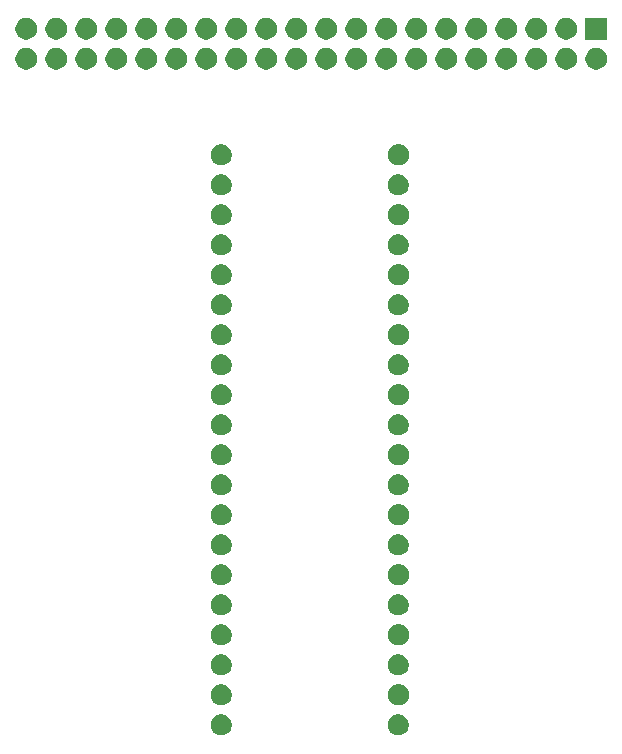
<source format=gts>
G04 #@! TF.GenerationSoftware,KiCad,Pcbnew,(5.1.5)-3*
G04 #@! TF.CreationDate,2020-05-25T10:48:09-05:00*
G04 #@! TF.ProjectId,breakout_board_2x20,62726561-6b6f-4757-945f-626f6172645f,rev?*
G04 #@! TF.SameCoordinates,Original*
G04 #@! TF.FileFunction,Soldermask,Top*
G04 #@! TF.FilePolarity,Negative*
%FSLAX46Y46*%
G04 Gerber Fmt 4.6, Leading zero omitted, Abs format (unit mm)*
G04 Created by KiCad (PCBNEW (5.1.5)-3) date 2020-05-25 10:48:09*
%MOMM*%
%LPD*%
G04 APERTURE LIST*
%ADD10C,0.100000*%
G04 APERTURE END LIST*
D10*
G36*
X162419512Y-94861927D02*
G01*
X162568812Y-94891624D01*
X162732784Y-94959544D01*
X162880354Y-95058147D01*
X163005853Y-95183646D01*
X163104456Y-95331216D01*
X163172376Y-95495188D01*
X163207000Y-95669259D01*
X163207000Y-95846741D01*
X163172376Y-96020812D01*
X163104456Y-96184784D01*
X163005853Y-96332354D01*
X162880354Y-96457853D01*
X162732784Y-96556456D01*
X162568812Y-96624376D01*
X162419512Y-96654073D01*
X162394742Y-96659000D01*
X162217258Y-96659000D01*
X162192488Y-96654073D01*
X162043188Y-96624376D01*
X161879216Y-96556456D01*
X161731646Y-96457853D01*
X161606147Y-96332354D01*
X161507544Y-96184784D01*
X161439624Y-96020812D01*
X161405000Y-95846741D01*
X161405000Y-95669259D01*
X161439624Y-95495188D01*
X161507544Y-95331216D01*
X161606147Y-95183646D01*
X161731646Y-95058147D01*
X161879216Y-94959544D01*
X162043188Y-94891624D01*
X162192488Y-94861927D01*
X162217258Y-94857000D01*
X162394742Y-94857000D01*
X162419512Y-94861927D01*
G37*
G36*
X147433512Y-94861927D02*
G01*
X147582812Y-94891624D01*
X147746784Y-94959544D01*
X147894354Y-95058147D01*
X148019853Y-95183646D01*
X148118456Y-95331216D01*
X148186376Y-95495188D01*
X148221000Y-95669259D01*
X148221000Y-95846741D01*
X148186376Y-96020812D01*
X148118456Y-96184784D01*
X148019853Y-96332354D01*
X147894354Y-96457853D01*
X147746784Y-96556456D01*
X147582812Y-96624376D01*
X147433512Y-96654073D01*
X147408742Y-96659000D01*
X147231258Y-96659000D01*
X147206488Y-96654073D01*
X147057188Y-96624376D01*
X146893216Y-96556456D01*
X146745646Y-96457853D01*
X146620147Y-96332354D01*
X146521544Y-96184784D01*
X146453624Y-96020812D01*
X146419000Y-95846741D01*
X146419000Y-95669259D01*
X146453624Y-95495188D01*
X146521544Y-95331216D01*
X146620147Y-95183646D01*
X146745646Y-95058147D01*
X146893216Y-94959544D01*
X147057188Y-94891624D01*
X147206488Y-94861927D01*
X147231258Y-94857000D01*
X147408742Y-94857000D01*
X147433512Y-94861927D01*
G37*
G36*
X162444912Y-92321927D02*
G01*
X162594212Y-92351624D01*
X162758184Y-92419544D01*
X162905754Y-92518147D01*
X163031253Y-92643646D01*
X163129856Y-92791216D01*
X163197776Y-92955188D01*
X163232400Y-93129259D01*
X163232400Y-93306741D01*
X163197776Y-93480812D01*
X163129856Y-93644784D01*
X163031253Y-93792354D01*
X162905754Y-93917853D01*
X162758184Y-94016456D01*
X162594212Y-94084376D01*
X162444912Y-94114073D01*
X162420142Y-94119000D01*
X162242658Y-94119000D01*
X162217888Y-94114073D01*
X162068588Y-94084376D01*
X161904616Y-94016456D01*
X161757046Y-93917853D01*
X161631547Y-93792354D01*
X161532944Y-93644784D01*
X161465024Y-93480812D01*
X161430400Y-93306741D01*
X161430400Y-93129259D01*
X161465024Y-92955188D01*
X161532944Y-92791216D01*
X161631547Y-92643646D01*
X161757046Y-92518147D01*
X161904616Y-92419544D01*
X162068588Y-92351624D01*
X162217888Y-92321927D01*
X162242658Y-92317000D01*
X162420142Y-92317000D01*
X162444912Y-92321927D01*
G37*
G36*
X147433512Y-92321927D02*
G01*
X147582812Y-92351624D01*
X147746784Y-92419544D01*
X147894354Y-92518147D01*
X148019853Y-92643646D01*
X148118456Y-92791216D01*
X148186376Y-92955188D01*
X148221000Y-93129259D01*
X148221000Y-93306741D01*
X148186376Y-93480812D01*
X148118456Y-93644784D01*
X148019853Y-93792354D01*
X147894354Y-93917853D01*
X147746784Y-94016456D01*
X147582812Y-94084376D01*
X147433512Y-94114073D01*
X147408742Y-94119000D01*
X147231258Y-94119000D01*
X147206488Y-94114073D01*
X147057188Y-94084376D01*
X146893216Y-94016456D01*
X146745646Y-93917853D01*
X146620147Y-93792354D01*
X146521544Y-93644784D01*
X146453624Y-93480812D01*
X146419000Y-93306741D01*
X146419000Y-93129259D01*
X146453624Y-92955188D01*
X146521544Y-92791216D01*
X146620147Y-92643646D01*
X146745646Y-92518147D01*
X146893216Y-92419544D01*
X147057188Y-92351624D01*
X147206488Y-92321927D01*
X147231258Y-92317000D01*
X147408742Y-92317000D01*
X147433512Y-92321927D01*
G37*
G36*
X162419512Y-89781927D02*
G01*
X162568812Y-89811624D01*
X162732784Y-89879544D01*
X162880354Y-89978147D01*
X163005853Y-90103646D01*
X163104456Y-90251216D01*
X163172376Y-90415188D01*
X163207000Y-90589259D01*
X163207000Y-90766741D01*
X163172376Y-90940812D01*
X163104456Y-91104784D01*
X163005853Y-91252354D01*
X162880354Y-91377853D01*
X162732784Y-91476456D01*
X162568812Y-91544376D01*
X162419512Y-91574073D01*
X162394742Y-91579000D01*
X162217258Y-91579000D01*
X162192488Y-91574073D01*
X162043188Y-91544376D01*
X161879216Y-91476456D01*
X161731646Y-91377853D01*
X161606147Y-91252354D01*
X161507544Y-91104784D01*
X161439624Y-90940812D01*
X161405000Y-90766741D01*
X161405000Y-90589259D01*
X161439624Y-90415188D01*
X161507544Y-90251216D01*
X161606147Y-90103646D01*
X161731646Y-89978147D01*
X161879216Y-89879544D01*
X162043188Y-89811624D01*
X162192488Y-89781927D01*
X162217258Y-89777000D01*
X162394742Y-89777000D01*
X162419512Y-89781927D01*
G37*
G36*
X147433512Y-89781927D02*
G01*
X147582812Y-89811624D01*
X147746784Y-89879544D01*
X147894354Y-89978147D01*
X148019853Y-90103646D01*
X148118456Y-90251216D01*
X148186376Y-90415188D01*
X148221000Y-90589259D01*
X148221000Y-90766741D01*
X148186376Y-90940812D01*
X148118456Y-91104784D01*
X148019853Y-91252354D01*
X147894354Y-91377853D01*
X147746784Y-91476456D01*
X147582812Y-91544376D01*
X147433512Y-91574073D01*
X147408742Y-91579000D01*
X147231258Y-91579000D01*
X147206488Y-91574073D01*
X147057188Y-91544376D01*
X146893216Y-91476456D01*
X146745646Y-91377853D01*
X146620147Y-91252354D01*
X146521544Y-91104784D01*
X146453624Y-90940812D01*
X146419000Y-90766741D01*
X146419000Y-90589259D01*
X146453624Y-90415188D01*
X146521544Y-90251216D01*
X146620147Y-90103646D01*
X146745646Y-89978147D01*
X146893216Y-89879544D01*
X147057188Y-89811624D01*
X147206488Y-89781927D01*
X147231258Y-89777000D01*
X147408742Y-89777000D01*
X147433512Y-89781927D01*
G37*
G36*
X162444912Y-87241927D02*
G01*
X162594212Y-87271624D01*
X162758184Y-87339544D01*
X162905754Y-87438147D01*
X163031253Y-87563646D01*
X163129856Y-87711216D01*
X163197776Y-87875188D01*
X163232400Y-88049259D01*
X163232400Y-88226741D01*
X163197776Y-88400812D01*
X163129856Y-88564784D01*
X163031253Y-88712354D01*
X162905754Y-88837853D01*
X162758184Y-88936456D01*
X162594212Y-89004376D01*
X162444912Y-89034073D01*
X162420142Y-89039000D01*
X162242658Y-89039000D01*
X162217888Y-89034073D01*
X162068588Y-89004376D01*
X161904616Y-88936456D01*
X161757046Y-88837853D01*
X161631547Y-88712354D01*
X161532944Y-88564784D01*
X161465024Y-88400812D01*
X161430400Y-88226741D01*
X161430400Y-88049259D01*
X161465024Y-87875188D01*
X161532944Y-87711216D01*
X161631547Y-87563646D01*
X161757046Y-87438147D01*
X161904616Y-87339544D01*
X162068588Y-87271624D01*
X162217888Y-87241927D01*
X162242658Y-87237000D01*
X162420142Y-87237000D01*
X162444912Y-87241927D01*
G37*
G36*
X147433512Y-87241927D02*
G01*
X147582812Y-87271624D01*
X147746784Y-87339544D01*
X147894354Y-87438147D01*
X148019853Y-87563646D01*
X148118456Y-87711216D01*
X148186376Y-87875188D01*
X148221000Y-88049259D01*
X148221000Y-88226741D01*
X148186376Y-88400812D01*
X148118456Y-88564784D01*
X148019853Y-88712354D01*
X147894354Y-88837853D01*
X147746784Y-88936456D01*
X147582812Y-89004376D01*
X147433512Y-89034073D01*
X147408742Y-89039000D01*
X147231258Y-89039000D01*
X147206488Y-89034073D01*
X147057188Y-89004376D01*
X146893216Y-88936456D01*
X146745646Y-88837853D01*
X146620147Y-88712354D01*
X146521544Y-88564784D01*
X146453624Y-88400812D01*
X146419000Y-88226741D01*
X146419000Y-88049259D01*
X146453624Y-87875188D01*
X146521544Y-87711216D01*
X146620147Y-87563646D01*
X146745646Y-87438147D01*
X146893216Y-87339544D01*
X147057188Y-87271624D01*
X147206488Y-87241927D01*
X147231258Y-87237000D01*
X147408742Y-87237000D01*
X147433512Y-87241927D01*
G37*
G36*
X162419512Y-84701927D02*
G01*
X162568812Y-84731624D01*
X162732784Y-84799544D01*
X162880354Y-84898147D01*
X163005853Y-85023646D01*
X163104456Y-85171216D01*
X163172376Y-85335188D01*
X163207000Y-85509259D01*
X163207000Y-85686741D01*
X163172376Y-85860812D01*
X163104456Y-86024784D01*
X163005853Y-86172354D01*
X162880354Y-86297853D01*
X162732784Y-86396456D01*
X162568812Y-86464376D01*
X162419512Y-86494073D01*
X162394742Y-86499000D01*
X162217258Y-86499000D01*
X162192488Y-86494073D01*
X162043188Y-86464376D01*
X161879216Y-86396456D01*
X161731646Y-86297853D01*
X161606147Y-86172354D01*
X161507544Y-86024784D01*
X161439624Y-85860812D01*
X161405000Y-85686741D01*
X161405000Y-85509259D01*
X161439624Y-85335188D01*
X161507544Y-85171216D01*
X161606147Y-85023646D01*
X161731646Y-84898147D01*
X161879216Y-84799544D01*
X162043188Y-84731624D01*
X162192488Y-84701927D01*
X162217258Y-84697000D01*
X162394742Y-84697000D01*
X162419512Y-84701927D01*
G37*
G36*
X147433512Y-84701927D02*
G01*
X147582812Y-84731624D01*
X147746784Y-84799544D01*
X147894354Y-84898147D01*
X148019853Y-85023646D01*
X148118456Y-85171216D01*
X148186376Y-85335188D01*
X148221000Y-85509259D01*
X148221000Y-85686741D01*
X148186376Y-85860812D01*
X148118456Y-86024784D01*
X148019853Y-86172354D01*
X147894354Y-86297853D01*
X147746784Y-86396456D01*
X147582812Y-86464376D01*
X147433512Y-86494073D01*
X147408742Y-86499000D01*
X147231258Y-86499000D01*
X147206488Y-86494073D01*
X147057188Y-86464376D01*
X146893216Y-86396456D01*
X146745646Y-86297853D01*
X146620147Y-86172354D01*
X146521544Y-86024784D01*
X146453624Y-85860812D01*
X146419000Y-85686741D01*
X146419000Y-85509259D01*
X146453624Y-85335188D01*
X146521544Y-85171216D01*
X146620147Y-85023646D01*
X146745646Y-84898147D01*
X146893216Y-84799544D01*
X147057188Y-84731624D01*
X147206488Y-84701927D01*
X147231258Y-84697000D01*
X147408742Y-84697000D01*
X147433512Y-84701927D01*
G37*
G36*
X147433512Y-82161927D02*
G01*
X147582812Y-82191624D01*
X147746784Y-82259544D01*
X147894354Y-82358147D01*
X148019853Y-82483646D01*
X148118456Y-82631216D01*
X148186376Y-82795188D01*
X148221000Y-82969259D01*
X148221000Y-83146741D01*
X148186376Y-83320812D01*
X148118456Y-83484784D01*
X148019853Y-83632354D01*
X147894354Y-83757853D01*
X147746784Y-83856456D01*
X147582812Y-83924376D01*
X147433512Y-83954073D01*
X147408742Y-83959000D01*
X147231258Y-83959000D01*
X147206488Y-83954073D01*
X147057188Y-83924376D01*
X146893216Y-83856456D01*
X146745646Y-83757853D01*
X146620147Y-83632354D01*
X146521544Y-83484784D01*
X146453624Y-83320812D01*
X146419000Y-83146741D01*
X146419000Y-82969259D01*
X146453624Y-82795188D01*
X146521544Y-82631216D01*
X146620147Y-82483646D01*
X146745646Y-82358147D01*
X146893216Y-82259544D01*
X147057188Y-82191624D01*
X147206488Y-82161927D01*
X147231258Y-82157000D01*
X147408742Y-82157000D01*
X147433512Y-82161927D01*
G37*
G36*
X162444912Y-82161927D02*
G01*
X162594212Y-82191624D01*
X162758184Y-82259544D01*
X162905754Y-82358147D01*
X163031253Y-82483646D01*
X163129856Y-82631216D01*
X163197776Y-82795188D01*
X163232400Y-82969259D01*
X163232400Y-83146741D01*
X163197776Y-83320812D01*
X163129856Y-83484784D01*
X163031253Y-83632354D01*
X162905754Y-83757853D01*
X162758184Y-83856456D01*
X162594212Y-83924376D01*
X162444912Y-83954073D01*
X162420142Y-83959000D01*
X162242658Y-83959000D01*
X162217888Y-83954073D01*
X162068588Y-83924376D01*
X161904616Y-83856456D01*
X161757046Y-83757853D01*
X161631547Y-83632354D01*
X161532944Y-83484784D01*
X161465024Y-83320812D01*
X161430400Y-83146741D01*
X161430400Y-82969259D01*
X161465024Y-82795188D01*
X161532944Y-82631216D01*
X161631547Y-82483646D01*
X161757046Y-82358147D01*
X161904616Y-82259544D01*
X162068588Y-82191624D01*
X162217888Y-82161927D01*
X162242658Y-82157000D01*
X162420142Y-82157000D01*
X162444912Y-82161927D01*
G37*
G36*
X147433512Y-79621927D02*
G01*
X147582812Y-79651624D01*
X147746784Y-79719544D01*
X147894354Y-79818147D01*
X148019853Y-79943646D01*
X148118456Y-80091216D01*
X148186376Y-80255188D01*
X148221000Y-80429259D01*
X148221000Y-80606741D01*
X148186376Y-80780812D01*
X148118456Y-80944784D01*
X148019853Y-81092354D01*
X147894354Y-81217853D01*
X147746784Y-81316456D01*
X147582812Y-81384376D01*
X147433512Y-81414073D01*
X147408742Y-81419000D01*
X147231258Y-81419000D01*
X147206488Y-81414073D01*
X147057188Y-81384376D01*
X146893216Y-81316456D01*
X146745646Y-81217853D01*
X146620147Y-81092354D01*
X146521544Y-80944784D01*
X146453624Y-80780812D01*
X146419000Y-80606741D01*
X146419000Y-80429259D01*
X146453624Y-80255188D01*
X146521544Y-80091216D01*
X146620147Y-79943646D01*
X146745646Y-79818147D01*
X146893216Y-79719544D01*
X147057188Y-79651624D01*
X147206488Y-79621927D01*
X147231258Y-79617000D01*
X147408742Y-79617000D01*
X147433512Y-79621927D01*
G37*
G36*
X162419512Y-79621927D02*
G01*
X162568812Y-79651624D01*
X162732784Y-79719544D01*
X162880354Y-79818147D01*
X163005853Y-79943646D01*
X163104456Y-80091216D01*
X163172376Y-80255188D01*
X163207000Y-80429259D01*
X163207000Y-80606741D01*
X163172376Y-80780812D01*
X163104456Y-80944784D01*
X163005853Y-81092354D01*
X162880354Y-81217853D01*
X162732784Y-81316456D01*
X162568812Y-81384376D01*
X162419512Y-81414073D01*
X162394742Y-81419000D01*
X162217258Y-81419000D01*
X162192488Y-81414073D01*
X162043188Y-81384376D01*
X161879216Y-81316456D01*
X161731646Y-81217853D01*
X161606147Y-81092354D01*
X161507544Y-80944784D01*
X161439624Y-80780812D01*
X161405000Y-80606741D01*
X161405000Y-80429259D01*
X161439624Y-80255188D01*
X161507544Y-80091216D01*
X161606147Y-79943646D01*
X161731646Y-79818147D01*
X161879216Y-79719544D01*
X162043188Y-79651624D01*
X162192488Y-79621927D01*
X162217258Y-79617000D01*
X162394742Y-79617000D01*
X162419512Y-79621927D01*
G37*
G36*
X147433512Y-77081927D02*
G01*
X147582812Y-77111624D01*
X147746784Y-77179544D01*
X147894354Y-77278147D01*
X148019853Y-77403646D01*
X148118456Y-77551216D01*
X148186376Y-77715188D01*
X148221000Y-77889259D01*
X148221000Y-78066741D01*
X148186376Y-78240812D01*
X148118456Y-78404784D01*
X148019853Y-78552354D01*
X147894354Y-78677853D01*
X147746784Y-78776456D01*
X147582812Y-78844376D01*
X147433512Y-78874073D01*
X147408742Y-78879000D01*
X147231258Y-78879000D01*
X147206488Y-78874073D01*
X147057188Y-78844376D01*
X146893216Y-78776456D01*
X146745646Y-78677853D01*
X146620147Y-78552354D01*
X146521544Y-78404784D01*
X146453624Y-78240812D01*
X146419000Y-78066741D01*
X146419000Y-77889259D01*
X146453624Y-77715188D01*
X146521544Y-77551216D01*
X146620147Y-77403646D01*
X146745646Y-77278147D01*
X146893216Y-77179544D01*
X147057188Y-77111624D01*
X147206488Y-77081927D01*
X147231258Y-77077000D01*
X147408742Y-77077000D01*
X147433512Y-77081927D01*
G37*
G36*
X162444912Y-77081927D02*
G01*
X162594212Y-77111624D01*
X162758184Y-77179544D01*
X162905754Y-77278147D01*
X163031253Y-77403646D01*
X163129856Y-77551216D01*
X163197776Y-77715188D01*
X163232400Y-77889259D01*
X163232400Y-78066741D01*
X163197776Y-78240812D01*
X163129856Y-78404784D01*
X163031253Y-78552354D01*
X162905754Y-78677853D01*
X162758184Y-78776456D01*
X162594212Y-78844376D01*
X162444912Y-78874073D01*
X162420142Y-78879000D01*
X162242658Y-78879000D01*
X162217888Y-78874073D01*
X162068588Y-78844376D01*
X161904616Y-78776456D01*
X161757046Y-78677853D01*
X161631547Y-78552354D01*
X161532944Y-78404784D01*
X161465024Y-78240812D01*
X161430400Y-78066741D01*
X161430400Y-77889259D01*
X161465024Y-77715188D01*
X161532944Y-77551216D01*
X161631547Y-77403646D01*
X161757046Y-77278147D01*
X161904616Y-77179544D01*
X162068588Y-77111624D01*
X162217888Y-77081927D01*
X162242658Y-77077000D01*
X162420142Y-77077000D01*
X162444912Y-77081927D01*
G37*
G36*
X147433512Y-74541927D02*
G01*
X147582812Y-74571624D01*
X147746784Y-74639544D01*
X147894354Y-74738147D01*
X148019853Y-74863646D01*
X148118456Y-75011216D01*
X148186376Y-75175188D01*
X148221000Y-75349259D01*
X148221000Y-75526741D01*
X148186376Y-75700812D01*
X148118456Y-75864784D01*
X148019853Y-76012354D01*
X147894354Y-76137853D01*
X147746784Y-76236456D01*
X147582812Y-76304376D01*
X147433512Y-76334073D01*
X147408742Y-76339000D01*
X147231258Y-76339000D01*
X147206488Y-76334073D01*
X147057188Y-76304376D01*
X146893216Y-76236456D01*
X146745646Y-76137853D01*
X146620147Y-76012354D01*
X146521544Y-75864784D01*
X146453624Y-75700812D01*
X146419000Y-75526741D01*
X146419000Y-75349259D01*
X146453624Y-75175188D01*
X146521544Y-75011216D01*
X146620147Y-74863646D01*
X146745646Y-74738147D01*
X146893216Y-74639544D01*
X147057188Y-74571624D01*
X147206488Y-74541927D01*
X147231258Y-74537000D01*
X147408742Y-74537000D01*
X147433512Y-74541927D01*
G37*
G36*
X162419512Y-74541927D02*
G01*
X162568812Y-74571624D01*
X162732784Y-74639544D01*
X162880354Y-74738147D01*
X163005853Y-74863646D01*
X163104456Y-75011216D01*
X163172376Y-75175188D01*
X163207000Y-75349259D01*
X163207000Y-75526741D01*
X163172376Y-75700812D01*
X163104456Y-75864784D01*
X163005853Y-76012354D01*
X162880354Y-76137853D01*
X162732784Y-76236456D01*
X162568812Y-76304376D01*
X162419512Y-76334073D01*
X162394742Y-76339000D01*
X162217258Y-76339000D01*
X162192488Y-76334073D01*
X162043188Y-76304376D01*
X161879216Y-76236456D01*
X161731646Y-76137853D01*
X161606147Y-76012354D01*
X161507544Y-75864784D01*
X161439624Y-75700812D01*
X161405000Y-75526741D01*
X161405000Y-75349259D01*
X161439624Y-75175188D01*
X161507544Y-75011216D01*
X161606147Y-74863646D01*
X161731646Y-74738147D01*
X161879216Y-74639544D01*
X162043188Y-74571624D01*
X162192488Y-74541927D01*
X162217258Y-74537000D01*
X162394742Y-74537000D01*
X162419512Y-74541927D01*
G37*
G36*
X147433512Y-72001927D02*
G01*
X147582812Y-72031624D01*
X147746784Y-72099544D01*
X147894354Y-72198147D01*
X148019853Y-72323646D01*
X148118456Y-72471216D01*
X148186376Y-72635188D01*
X148221000Y-72809259D01*
X148221000Y-72986741D01*
X148186376Y-73160812D01*
X148118456Y-73324784D01*
X148019853Y-73472354D01*
X147894354Y-73597853D01*
X147746784Y-73696456D01*
X147582812Y-73764376D01*
X147433512Y-73794073D01*
X147408742Y-73799000D01*
X147231258Y-73799000D01*
X147206488Y-73794073D01*
X147057188Y-73764376D01*
X146893216Y-73696456D01*
X146745646Y-73597853D01*
X146620147Y-73472354D01*
X146521544Y-73324784D01*
X146453624Y-73160812D01*
X146419000Y-72986741D01*
X146419000Y-72809259D01*
X146453624Y-72635188D01*
X146521544Y-72471216D01*
X146620147Y-72323646D01*
X146745646Y-72198147D01*
X146893216Y-72099544D01*
X147057188Y-72031624D01*
X147206488Y-72001927D01*
X147231258Y-71997000D01*
X147408742Y-71997000D01*
X147433512Y-72001927D01*
G37*
G36*
X162444912Y-72001927D02*
G01*
X162594212Y-72031624D01*
X162758184Y-72099544D01*
X162905754Y-72198147D01*
X163031253Y-72323646D01*
X163129856Y-72471216D01*
X163197776Y-72635188D01*
X163232400Y-72809259D01*
X163232400Y-72986741D01*
X163197776Y-73160812D01*
X163129856Y-73324784D01*
X163031253Y-73472354D01*
X162905754Y-73597853D01*
X162758184Y-73696456D01*
X162594212Y-73764376D01*
X162444912Y-73794073D01*
X162420142Y-73799000D01*
X162242658Y-73799000D01*
X162217888Y-73794073D01*
X162068588Y-73764376D01*
X161904616Y-73696456D01*
X161757046Y-73597853D01*
X161631547Y-73472354D01*
X161532944Y-73324784D01*
X161465024Y-73160812D01*
X161430400Y-72986741D01*
X161430400Y-72809259D01*
X161465024Y-72635188D01*
X161532944Y-72471216D01*
X161631547Y-72323646D01*
X161757046Y-72198147D01*
X161904616Y-72099544D01*
X162068588Y-72031624D01*
X162217888Y-72001927D01*
X162242658Y-71997000D01*
X162420142Y-71997000D01*
X162444912Y-72001927D01*
G37*
G36*
X147433512Y-69461927D02*
G01*
X147582812Y-69491624D01*
X147746784Y-69559544D01*
X147894354Y-69658147D01*
X148019853Y-69783646D01*
X148118456Y-69931216D01*
X148186376Y-70095188D01*
X148221000Y-70269259D01*
X148221000Y-70446741D01*
X148186376Y-70620812D01*
X148118456Y-70784784D01*
X148019853Y-70932354D01*
X147894354Y-71057853D01*
X147746784Y-71156456D01*
X147582812Y-71224376D01*
X147433512Y-71254073D01*
X147408742Y-71259000D01*
X147231258Y-71259000D01*
X147206488Y-71254073D01*
X147057188Y-71224376D01*
X146893216Y-71156456D01*
X146745646Y-71057853D01*
X146620147Y-70932354D01*
X146521544Y-70784784D01*
X146453624Y-70620812D01*
X146419000Y-70446741D01*
X146419000Y-70269259D01*
X146453624Y-70095188D01*
X146521544Y-69931216D01*
X146620147Y-69783646D01*
X146745646Y-69658147D01*
X146893216Y-69559544D01*
X147057188Y-69491624D01*
X147206488Y-69461927D01*
X147231258Y-69457000D01*
X147408742Y-69457000D01*
X147433512Y-69461927D01*
G37*
G36*
X162419512Y-69461927D02*
G01*
X162568812Y-69491624D01*
X162732784Y-69559544D01*
X162880354Y-69658147D01*
X163005853Y-69783646D01*
X163104456Y-69931216D01*
X163172376Y-70095188D01*
X163207000Y-70269259D01*
X163207000Y-70446741D01*
X163172376Y-70620812D01*
X163104456Y-70784784D01*
X163005853Y-70932354D01*
X162880354Y-71057853D01*
X162732784Y-71156456D01*
X162568812Y-71224376D01*
X162419512Y-71254073D01*
X162394742Y-71259000D01*
X162217258Y-71259000D01*
X162192488Y-71254073D01*
X162043188Y-71224376D01*
X161879216Y-71156456D01*
X161731646Y-71057853D01*
X161606147Y-70932354D01*
X161507544Y-70784784D01*
X161439624Y-70620812D01*
X161405000Y-70446741D01*
X161405000Y-70269259D01*
X161439624Y-70095188D01*
X161507544Y-69931216D01*
X161606147Y-69783646D01*
X161731646Y-69658147D01*
X161879216Y-69559544D01*
X162043188Y-69491624D01*
X162192488Y-69461927D01*
X162217258Y-69457000D01*
X162394742Y-69457000D01*
X162419512Y-69461927D01*
G37*
G36*
X147433512Y-66921927D02*
G01*
X147582812Y-66951624D01*
X147746784Y-67019544D01*
X147894354Y-67118147D01*
X148019853Y-67243646D01*
X148118456Y-67391216D01*
X148186376Y-67555188D01*
X148221000Y-67729259D01*
X148221000Y-67906741D01*
X148186376Y-68080812D01*
X148118456Y-68244784D01*
X148019853Y-68392354D01*
X147894354Y-68517853D01*
X147746784Y-68616456D01*
X147582812Y-68684376D01*
X147433512Y-68714073D01*
X147408742Y-68719000D01*
X147231258Y-68719000D01*
X147206488Y-68714073D01*
X147057188Y-68684376D01*
X146893216Y-68616456D01*
X146745646Y-68517853D01*
X146620147Y-68392354D01*
X146521544Y-68244784D01*
X146453624Y-68080812D01*
X146419000Y-67906741D01*
X146419000Y-67729259D01*
X146453624Y-67555188D01*
X146521544Y-67391216D01*
X146620147Y-67243646D01*
X146745646Y-67118147D01*
X146893216Y-67019544D01*
X147057188Y-66951624D01*
X147206488Y-66921927D01*
X147231258Y-66917000D01*
X147408742Y-66917000D01*
X147433512Y-66921927D01*
G37*
G36*
X162444912Y-66921927D02*
G01*
X162594212Y-66951624D01*
X162758184Y-67019544D01*
X162905754Y-67118147D01*
X163031253Y-67243646D01*
X163129856Y-67391216D01*
X163197776Y-67555188D01*
X163232400Y-67729259D01*
X163232400Y-67906741D01*
X163197776Y-68080812D01*
X163129856Y-68244784D01*
X163031253Y-68392354D01*
X162905754Y-68517853D01*
X162758184Y-68616456D01*
X162594212Y-68684376D01*
X162444912Y-68714073D01*
X162420142Y-68719000D01*
X162242658Y-68719000D01*
X162217888Y-68714073D01*
X162068588Y-68684376D01*
X161904616Y-68616456D01*
X161757046Y-68517853D01*
X161631547Y-68392354D01*
X161532944Y-68244784D01*
X161465024Y-68080812D01*
X161430400Y-67906741D01*
X161430400Y-67729259D01*
X161465024Y-67555188D01*
X161532944Y-67391216D01*
X161631547Y-67243646D01*
X161757046Y-67118147D01*
X161904616Y-67019544D01*
X162068588Y-66951624D01*
X162217888Y-66921927D01*
X162242658Y-66917000D01*
X162420142Y-66917000D01*
X162444912Y-66921927D01*
G37*
G36*
X147433512Y-64381927D02*
G01*
X147582812Y-64411624D01*
X147746784Y-64479544D01*
X147894354Y-64578147D01*
X148019853Y-64703646D01*
X148118456Y-64851216D01*
X148186376Y-65015188D01*
X148221000Y-65189259D01*
X148221000Y-65366741D01*
X148186376Y-65540812D01*
X148118456Y-65704784D01*
X148019853Y-65852354D01*
X147894354Y-65977853D01*
X147746784Y-66076456D01*
X147582812Y-66144376D01*
X147433512Y-66174073D01*
X147408742Y-66179000D01*
X147231258Y-66179000D01*
X147206488Y-66174073D01*
X147057188Y-66144376D01*
X146893216Y-66076456D01*
X146745646Y-65977853D01*
X146620147Y-65852354D01*
X146521544Y-65704784D01*
X146453624Y-65540812D01*
X146419000Y-65366741D01*
X146419000Y-65189259D01*
X146453624Y-65015188D01*
X146521544Y-64851216D01*
X146620147Y-64703646D01*
X146745646Y-64578147D01*
X146893216Y-64479544D01*
X147057188Y-64411624D01*
X147206488Y-64381927D01*
X147231258Y-64377000D01*
X147408742Y-64377000D01*
X147433512Y-64381927D01*
G37*
G36*
X162419512Y-64381927D02*
G01*
X162568812Y-64411624D01*
X162732784Y-64479544D01*
X162880354Y-64578147D01*
X163005853Y-64703646D01*
X163104456Y-64851216D01*
X163172376Y-65015188D01*
X163207000Y-65189259D01*
X163207000Y-65366741D01*
X163172376Y-65540812D01*
X163104456Y-65704784D01*
X163005853Y-65852354D01*
X162880354Y-65977853D01*
X162732784Y-66076456D01*
X162568812Y-66144376D01*
X162419512Y-66174073D01*
X162394742Y-66179000D01*
X162217258Y-66179000D01*
X162192488Y-66174073D01*
X162043188Y-66144376D01*
X161879216Y-66076456D01*
X161731646Y-65977853D01*
X161606147Y-65852354D01*
X161507544Y-65704784D01*
X161439624Y-65540812D01*
X161405000Y-65366741D01*
X161405000Y-65189259D01*
X161439624Y-65015188D01*
X161507544Y-64851216D01*
X161606147Y-64703646D01*
X161731646Y-64578147D01*
X161879216Y-64479544D01*
X162043188Y-64411624D01*
X162192488Y-64381927D01*
X162217258Y-64377000D01*
X162394742Y-64377000D01*
X162419512Y-64381927D01*
G37*
G36*
X147433512Y-61841927D02*
G01*
X147582812Y-61871624D01*
X147746784Y-61939544D01*
X147894354Y-62038147D01*
X148019853Y-62163646D01*
X148118456Y-62311216D01*
X148186376Y-62475188D01*
X148221000Y-62649259D01*
X148221000Y-62826741D01*
X148186376Y-63000812D01*
X148118456Y-63164784D01*
X148019853Y-63312354D01*
X147894354Y-63437853D01*
X147746784Y-63536456D01*
X147582812Y-63604376D01*
X147433512Y-63634073D01*
X147408742Y-63639000D01*
X147231258Y-63639000D01*
X147206488Y-63634073D01*
X147057188Y-63604376D01*
X146893216Y-63536456D01*
X146745646Y-63437853D01*
X146620147Y-63312354D01*
X146521544Y-63164784D01*
X146453624Y-63000812D01*
X146419000Y-62826741D01*
X146419000Y-62649259D01*
X146453624Y-62475188D01*
X146521544Y-62311216D01*
X146620147Y-62163646D01*
X146745646Y-62038147D01*
X146893216Y-61939544D01*
X147057188Y-61871624D01*
X147206488Y-61841927D01*
X147231258Y-61837000D01*
X147408742Y-61837000D01*
X147433512Y-61841927D01*
G37*
G36*
X162444912Y-61841927D02*
G01*
X162594212Y-61871624D01*
X162758184Y-61939544D01*
X162905754Y-62038147D01*
X163031253Y-62163646D01*
X163129856Y-62311216D01*
X163197776Y-62475188D01*
X163232400Y-62649259D01*
X163232400Y-62826741D01*
X163197776Y-63000812D01*
X163129856Y-63164784D01*
X163031253Y-63312354D01*
X162905754Y-63437853D01*
X162758184Y-63536456D01*
X162594212Y-63604376D01*
X162444912Y-63634073D01*
X162420142Y-63639000D01*
X162242658Y-63639000D01*
X162217888Y-63634073D01*
X162068588Y-63604376D01*
X161904616Y-63536456D01*
X161757046Y-63437853D01*
X161631547Y-63312354D01*
X161532944Y-63164784D01*
X161465024Y-63000812D01*
X161430400Y-62826741D01*
X161430400Y-62649259D01*
X161465024Y-62475188D01*
X161532944Y-62311216D01*
X161631547Y-62163646D01*
X161757046Y-62038147D01*
X161904616Y-61939544D01*
X162068588Y-61871624D01*
X162217888Y-61841927D01*
X162242658Y-61837000D01*
X162420142Y-61837000D01*
X162444912Y-61841927D01*
G37*
G36*
X162419512Y-59301927D02*
G01*
X162568812Y-59331624D01*
X162732784Y-59399544D01*
X162880354Y-59498147D01*
X163005853Y-59623646D01*
X163104456Y-59771216D01*
X163172376Y-59935188D01*
X163207000Y-60109259D01*
X163207000Y-60286741D01*
X163172376Y-60460812D01*
X163104456Y-60624784D01*
X163005853Y-60772354D01*
X162880354Y-60897853D01*
X162732784Y-60996456D01*
X162568812Y-61064376D01*
X162419512Y-61094073D01*
X162394742Y-61099000D01*
X162217258Y-61099000D01*
X162192488Y-61094073D01*
X162043188Y-61064376D01*
X161879216Y-60996456D01*
X161731646Y-60897853D01*
X161606147Y-60772354D01*
X161507544Y-60624784D01*
X161439624Y-60460812D01*
X161405000Y-60286741D01*
X161405000Y-60109259D01*
X161439624Y-59935188D01*
X161507544Y-59771216D01*
X161606147Y-59623646D01*
X161731646Y-59498147D01*
X161879216Y-59399544D01*
X162043188Y-59331624D01*
X162192488Y-59301927D01*
X162217258Y-59297000D01*
X162394742Y-59297000D01*
X162419512Y-59301927D01*
G37*
G36*
X147433512Y-59301927D02*
G01*
X147582812Y-59331624D01*
X147746784Y-59399544D01*
X147894354Y-59498147D01*
X148019853Y-59623646D01*
X148118456Y-59771216D01*
X148186376Y-59935188D01*
X148221000Y-60109259D01*
X148221000Y-60286741D01*
X148186376Y-60460812D01*
X148118456Y-60624784D01*
X148019853Y-60772354D01*
X147894354Y-60897853D01*
X147746784Y-60996456D01*
X147582812Y-61064376D01*
X147433512Y-61094073D01*
X147408742Y-61099000D01*
X147231258Y-61099000D01*
X147206488Y-61094073D01*
X147057188Y-61064376D01*
X146893216Y-60996456D01*
X146745646Y-60897853D01*
X146620147Y-60772354D01*
X146521544Y-60624784D01*
X146453624Y-60460812D01*
X146419000Y-60286741D01*
X146419000Y-60109259D01*
X146453624Y-59935188D01*
X146521544Y-59771216D01*
X146620147Y-59623646D01*
X146745646Y-59498147D01*
X146893216Y-59399544D01*
X147057188Y-59331624D01*
X147206488Y-59301927D01*
X147231258Y-59297000D01*
X147408742Y-59297000D01*
X147433512Y-59301927D01*
G37*
G36*
X162444912Y-56761927D02*
G01*
X162594212Y-56791624D01*
X162758184Y-56859544D01*
X162905754Y-56958147D01*
X163031253Y-57083646D01*
X163129856Y-57231216D01*
X163197776Y-57395188D01*
X163232400Y-57569259D01*
X163232400Y-57746741D01*
X163197776Y-57920812D01*
X163129856Y-58084784D01*
X163031253Y-58232354D01*
X162905754Y-58357853D01*
X162758184Y-58456456D01*
X162594212Y-58524376D01*
X162444912Y-58554073D01*
X162420142Y-58559000D01*
X162242658Y-58559000D01*
X162217888Y-58554073D01*
X162068588Y-58524376D01*
X161904616Y-58456456D01*
X161757046Y-58357853D01*
X161631547Y-58232354D01*
X161532944Y-58084784D01*
X161465024Y-57920812D01*
X161430400Y-57746741D01*
X161430400Y-57569259D01*
X161465024Y-57395188D01*
X161532944Y-57231216D01*
X161631547Y-57083646D01*
X161757046Y-56958147D01*
X161904616Y-56859544D01*
X162068588Y-56791624D01*
X162217888Y-56761927D01*
X162242658Y-56757000D01*
X162420142Y-56757000D01*
X162444912Y-56761927D01*
G37*
G36*
X147433512Y-56761927D02*
G01*
X147582812Y-56791624D01*
X147746784Y-56859544D01*
X147894354Y-56958147D01*
X148019853Y-57083646D01*
X148118456Y-57231216D01*
X148186376Y-57395188D01*
X148221000Y-57569259D01*
X148221000Y-57746741D01*
X148186376Y-57920812D01*
X148118456Y-58084784D01*
X148019853Y-58232354D01*
X147894354Y-58357853D01*
X147746784Y-58456456D01*
X147582812Y-58524376D01*
X147433512Y-58554073D01*
X147408742Y-58559000D01*
X147231258Y-58559000D01*
X147206488Y-58554073D01*
X147057188Y-58524376D01*
X146893216Y-58456456D01*
X146745646Y-58357853D01*
X146620147Y-58232354D01*
X146521544Y-58084784D01*
X146453624Y-57920812D01*
X146419000Y-57746741D01*
X146419000Y-57569259D01*
X146453624Y-57395188D01*
X146521544Y-57231216D01*
X146620147Y-57083646D01*
X146745646Y-56958147D01*
X146893216Y-56859544D01*
X147057188Y-56791624D01*
X147206488Y-56761927D01*
X147231258Y-56757000D01*
X147408742Y-56757000D01*
X147433512Y-56761927D01*
G37*
G36*
X147433512Y-54221927D02*
G01*
X147582812Y-54251624D01*
X147746784Y-54319544D01*
X147894354Y-54418147D01*
X148019853Y-54543646D01*
X148118456Y-54691216D01*
X148186376Y-54855188D01*
X148221000Y-55029259D01*
X148221000Y-55206741D01*
X148186376Y-55380812D01*
X148118456Y-55544784D01*
X148019853Y-55692354D01*
X147894354Y-55817853D01*
X147746784Y-55916456D01*
X147582812Y-55984376D01*
X147433512Y-56014073D01*
X147408742Y-56019000D01*
X147231258Y-56019000D01*
X147206488Y-56014073D01*
X147057188Y-55984376D01*
X146893216Y-55916456D01*
X146745646Y-55817853D01*
X146620147Y-55692354D01*
X146521544Y-55544784D01*
X146453624Y-55380812D01*
X146419000Y-55206741D01*
X146419000Y-55029259D01*
X146453624Y-54855188D01*
X146521544Y-54691216D01*
X146620147Y-54543646D01*
X146745646Y-54418147D01*
X146893216Y-54319544D01*
X147057188Y-54251624D01*
X147206488Y-54221927D01*
X147231258Y-54217000D01*
X147408742Y-54217000D01*
X147433512Y-54221927D01*
G37*
G36*
X162419512Y-54221927D02*
G01*
X162568812Y-54251624D01*
X162732784Y-54319544D01*
X162880354Y-54418147D01*
X163005853Y-54543646D01*
X163104456Y-54691216D01*
X163172376Y-54855188D01*
X163207000Y-55029259D01*
X163207000Y-55206741D01*
X163172376Y-55380812D01*
X163104456Y-55544784D01*
X163005853Y-55692354D01*
X162880354Y-55817853D01*
X162732784Y-55916456D01*
X162568812Y-55984376D01*
X162419512Y-56014073D01*
X162394742Y-56019000D01*
X162217258Y-56019000D01*
X162192488Y-56014073D01*
X162043188Y-55984376D01*
X161879216Y-55916456D01*
X161731646Y-55817853D01*
X161606147Y-55692354D01*
X161507544Y-55544784D01*
X161439624Y-55380812D01*
X161405000Y-55206741D01*
X161405000Y-55029259D01*
X161439624Y-54855188D01*
X161507544Y-54691216D01*
X161606147Y-54543646D01*
X161731646Y-54418147D01*
X161879216Y-54319544D01*
X162043188Y-54251624D01*
X162192488Y-54221927D01*
X162217258Y-54217000D01*
X162394742Y-54217000D01*
X162419512Y-54221927D01*
G37*
G36*
X147433512Y-51681927D02*
G01*
X147582812Y-51711624D01*
X147746784Y-51779544D01*
X147894354Y-51878147D01*
X148019853Y-52003646D01*
X148118456Y-52151216D01*
X148186376Y-52315188D01*
X148221000Y-52489259D01*
X148221000Y-52666741D01*
X148186376Y-52840812D01*
X148118456Y-53004784D01*
X148019853Y-53152354D01*
X147894354Y-53277853D01*
X147746784Y-53376456D01*
X147582812Y-53444376D01*
X147433512Y-53474073D01*
X147408742Y-53479000D01*
X147231258Y-53479000D01*
X147206488Y-53474073D01*
X147057188Y-53444376D01*
X146893216Y-53376456D01*
X146745646Y-53277853D01*
X146620147Y-53152354D01*
X146521544Y-53004784D01*
X146453624Y-52840812D01*
X146419000Y-52666741D01*
X146419000Y-52489259D01*
X146453624Y-52315188D01*
X146521544Y-52151216D01*
X146620147Y-52003646D01*
X146745646Y-51878147D01*
X146893216Y-51779544D01*
X147057188Y-51711624D01*
X147206488Y-51681927D01*
X147231258Y-51677000D01*
X147408742Y-51677000D01*
X147433512Y-51681927D01*
G37*
G36*
X162444912Y-51681927D02*
G01*
X162594212Y-51711624D01*
X162758184Y-51779544D01*
X162905754Y-51878147D01*
X163031253Y-52003646D01*
X163129856Y-52151216D01*
X163197776Y-52315188D01*
X163232400Y-52489259D01*
X163232400Y-52666741D01*
X163197776Y-52840812D01*
X163129856Y-53004784D01*
X163031253Y-53152354D01*
X162905754Y-53277853D01*
X162758184Y-53376456D01*
X162594212Y-53444376D01*
X162444912Y-53474073D01*
X162420142Y-53479000D01*
X162242658Y-53479000D01*
X162217888Y-53474073D01*
X162068588Y-53444376D01*
X161904616Y-53376456D01*
X161757046Y-53277853D01*
X161631547Y-53152354D01*
X161532944Y-53004784D01*
X161465024Y-52840812D01*
X161430400Y-52666741D01*
X161430400Y-52489259D01*
X161465024Y-52315188D01*
X161532944Y-52151216D01*
X161631547Y-52003646D01*
X161757046Y-51878147D01*
X161904616Y-51779544D01*
X162068588Y-51711624D01*
X162217888Y-51681927D01*
X162242658Y-51677000D01*
X162420142Y-51677000D01*
X162444912Y-51681927D01*
G37*
G36*
X147433512Y-49141927D02*
G01*
X147582812Y-49171624D01*
X147746784Y-49239544D01*
X147894354Y-49338147D01*
X148019853Y-49463646D01*
X148118456Y-49611216D01*
X148186376Y-49775188D01*
X148221000Y-49949259D01*
X148221000Y-50126741D01*
X148186376Y-50300812D01*
X148118456Y-50464784D01*
X148019853Y-50612354D01*
X147894354Y-50737853D01*
X147746784Y-50836456D01*
X147582812Y-50904376D01*
X147433512Y-50934073D01*
X147408742Y-50939000D01*
X147231258Y-50939000D01*
X147206488Y-50934073D01*
X147057188Y-50904376D01*
X146893216Y-50836456D01*
X146745646Y-50737853D01*
X146620147Y-50612354D01*
X146521544Y-50464784D01*
X146453624Y-50300812D01*
X146419000Y-50126741D01*
X146419000Y-49949259D01*
X146453624Y-49775188D01*
X146521544Y-49611216D01*
X146620147Y-49463646D01*
X146745646Y-49338147D01*
X146893216Y-49239544D01*
X147057188Y-49171624D01*
X147206488Y-49141927D01*
X147231258Y-49137000D01*
X147408742Y-49137000D01*
X147433512Y-49141927D01*
G37*
G36*
X162419512Y-49141927D02*
G01*
X162568812Y-49171624D01*
X162732784Y-49239544D01*
X162880354Y-49338147D01*
X163005853Y-49463646D01*
X163104456Y-49611216D01*
X163172376Y-49775188D01*
X163207000Y-49949259D01*
X163207000Y-50126741D01*
X163172376Y-50300812D01*
X163104456Y-50464784D01*
X163005853Y-50612354D01*
X162880354Y-50737853D01*
X162732784Y-50836456D01*
X162568812Y-50904376D01*
X162419512Y-50934073D01*
X162394742Y-50939000D01*
X162217258Y-50939000D01*
X162192488Y-50934073D01*
X162043188Y-50904376D01*
X161879216Y-50836456D01*
X161731646Y-50737853D01*
X161606147Y-50612354D01*
X161507544Y-50464784D01*
X161439624Y-50300812D01*
X161405000Y-50126741D01*
X161405000Y-49949259D01*
X161439624Y-49775188D01*
X161507544Y-49611216D01*
X161606147Y-49463646D01*
X161731646Y-49338147D01*
X161879216Y-49239544D01*
X162043188Y-49171624D01*
X162192488Y-49141927D01*
X162217258Y-49137000D01*
X162394742Y-49137000D01*
X162419512Y-49141927D01*
G37*
G36*
X147433512Y-46601927D02*
G01*
X147582812Y-46631624D01*
X147746784Y-46699544D01*
X147894354Y-46798147D01*
X148019853Y-46923646D01*
X148118456Y-47071216D01*
X148186376Y-47235188D01*
X148221000Y-47409259D01*
X148221000Y-47586741D01*
X148186376Y-47760812D01*
X148118456Y-47924784D01*
X148019853Y-48072354D01*
X147894354Y-48197853D01*
X147746784Y-48296456D01*
X147582812Y-48364376D01*
X147433512Y-48394073D01*
X147408742Y-48399000D01*
X147231258Y-48399000D01*
X147206488Y-48394073D01*
X147057188Y-48364376D01*
X146893216Y-48296456D01*
X146745646Y-48197853D01*
X146620147Y-48072354D01*
X146521544Y-47924784D01*
X146453624Y-47760812D01*
X146419000Y-47586741D01*
X146419000Y-47409259D01*
X146453624Y-47235188D01*
X146521544Y-47071216D01*
X146620147Y-46923646D01*
X146745646Y-46798147D01*
X146893216Y-46699544D01*
X147057188Y-46631624D01*
X147206488Y-46601927D01*
X147231258Y-46597000D01*
X147408742Y-46597000D01*
X147433512Y-46601927D01*
G37*
G36*
X162444912Y-46601927D02*
G01*
X162594212Y-46631624D01*
X162758184Y-46699544D01*
X162905754Y-46798147D01*
X163031253Y-46923646D01*
X163129856Y-47071216D01*
X163197776Y-47235188D01*
X163232400Y-47409259D01*
X163232400Y-47586741D01*
X163197776Y-47760812D01*
X163129856Y-47924784D01*
X163031253Y-48072354D01*
X162905754Y-48197853D01*
X162758184Y-48296456D01*
X162594212Y-48364376D01*
X162444912Y-48394073D01*
X162420142Y-48399000D01*
X162242658Y-48399000D01*
X162217888Y-48394073D01*
X162068588Y-48364376D01*
X161904616Y-48296456D01*
X161757046Y-48197853D01*
X161631547Y-48072354D01*
X161532944Y-47924784D01*
X161465024Y-47760812D01*
X161430400Y-47586741D01*
X161430400Y-47409259D01*
X161465024Y-47235188D01*
X161532944Y-47071216D01*
X161631547Y-46923646D01*
X161757046Y-46798147D01*
X161904616Y-46699544D01*
X162068588Y-46631624D01*
X162217888Y-46601927D01*
X162242658Y-46597000D01*
X162420142Y-46597000D01*
X162444912Y-46601927D01*
G37*
G36*
X148856778Y-38490547D02*
G01*
X149023224Y-38559491D01*
X149173022Y-38659583D01*
X149300417Y-38786978D01*
X149400509Y-38936776D01*
X149469453Y-39103222D01*
X149504600Y-39279918D01*
X149504600Y-39460082D01*
X149469453Y-39636778D01*
X149400509Y-39803224D01*
X149300417Y-39953022D01*
X149173022Y-40080417D01*
X149023224Y-40180509D01*
X148856778Y-40249453D01*
X148680082Y-40284600D01*
X148499918Y-40284600D01*
X148323222Y-40249453D01*
X148156776Y-40180509D01*
X148006978Y-40080417D01*
X147879583Y-39953022D01*
X147779491Y-39803224D01*
X147710547Y-39636778D01*
X147675400Y-39460082D01*
X147675400Y-39279918D01*
X147710547Y-39103222D01*
X147779491Y-38936776D01*
X147879583Y-38786978D01*
X148006978Y-38659583D01*
X148156776Y-38559491D01*
X148323222Y-38490547D01*
X148499918Y-38455400D01*
X148680082Y-38455400D01*
X148856778Y-38490547D01*
G37*
G36*
X146316778Y-38490547D02*
G01*
X146483224Y-38559491D01*
X146633022Y-38659583D01*
X146760417Y-38786978D01*
X146860509Y-38936776D01*
X146929453Y-39103222D01*
X146964600Y-39279918D01*
X146964600Y-39460082D01*
X146929453Y-39636778D01*
X146860509Y-39803224D01*
X146760417Y-39953022D01*
X146633022Y-40080417D01*
X146483224Y-40180509D01*
X146316778Y-40249453D01*
X146140082Y-40284600D01*
X145959918Y-40284600D01*
X145783222Y-40249453D01*
X145616776Y-40180509D01*
X145466978Y-40080417D01*
X145339583Y-39953022D01*
X145239491Y-39803224D01*
X145170547Y-39636778D01*
X145135400Y-39460082D01*
X145135400Y-39279918D01*
X145170547Y-39103222D01*
X145239491Y-38936776D01*
X145339583Y-38786978D01*
X145466978Y-38659583D01*
X145616776Y-38559491D01*
X145783222Y-38490547D01*
X145959918Y-38455400D01*
X146140082Y-38455400D01*
X146316778Y-38490547D01*
G37*
G36*
X143776778Y-38490547D02*
G01*
X143943224Y-38559491D01*
X144093022Y-38659583D01*
X144220417Y-38786978D01*
X144320509Y-38936776D01*
X144389453Y-39103222D01*
X144424600Y-39279918D01*
X144424600Y-39460082D01*
X144389453Y-39636778D01*
X144320509Y-39803224D01*
X144220417Y-39953022D01*
X144093022Y-40080417D01*
X143943224Y-40180509D01*
X143776778Y-40249453D01*
X143600082Y-40284600D01*
X143419918Y-40284600D01*
X143243222Y-40249453D01*
X143076776Y-40180509D01*
X142926978Y-40080417D01*
X142799583Y-39953022D01*
X142699491Y-39803224D01*
X142630547Y-39636778D01*
X142595400Y-39460082D01*
X142595400Y-39279918D01*
X142630547Y-39103222D01*
X142699491Y-38936776D01*
X142799583Y-38786978D01*
X142926978Y-38659583D01*
X143076776Y-38559491D01*
X143243222Y-38490547D01*
X143419918Y-38455400D01*
X143600082Y-38455400D01*
X143776778Y-38490547D01*
G37*
G36*
X141236778Y-38490547D02*
G01*
X141403224Y-38559491D01*
X141553022Y-38659583D01*
X141680417Y-38786978D01*
X141780509Y-38936776D01*
X141849453Y-39103222D01*
X141884600Y-39279918D01*
X141884600Y-39460082D01*
X141849453Y-39636778D01*
X141780509Y-39803224D01*
X141680417Y-39953022D01*
X141553022Y-40080417D01*
X141403224Y-40180509D01*
X141236778Y-40249453D01*
X141060082Y-40284600D01*
X140879918Y-40284600D01*
X140703222Y-40249453D01*
X140536776Y-40180509D01*
X140386978Y-40080417D01*
X140259583Y-39953022D01*
X140159491Y-39803224D01*
X140090547Y-39636778D01*
X140055400Y-39460082D01*
X140055400Y-39279918D01*
X140090547Y-39103222D01*
X140159491Y-38936776D01*
X140259583Y-38786978D01*
X140386978Y-38659583D01*
X140536776Y-38559491D01*
X140703222Y-38490547D01*
X140879918Y-38455400D01*
X141060082Y-38455400D01*
X141236778Y-38490547D01*
G37*
G36*
X138696778Y-38490547D02*
G01*
X138863224Y-38559491D01*
X139013022Y-38659583D01*
X139140417Y-38786978D01*
X139240509Y-38936776D01*
X139309453Y-39103222D01*
X139344600Y-39279918D01*
X139344600Y-39460082D01*
X139309453Y-39636778D01*
X139240509Y-39803224D01*
X139140417Y-39953022D01*
X139013022Y-40080417D01*
X138863224Y-40180509D01*
X138696778Y-40249453D01*
X138520082Y-40284600D01*
X138339918Y-40284600D01*
X138163222Y-40249453D01*
X137996776Y-40180509D01*
X137846978Y-40080417D01*
X137719583Y-39953022D01*
X137619491Y-39803224D01*
X137550547Y-39636778D01*
X137515400Y-39460082D01*
X137515400Y-39279918D01*
X137550547Y-39103222D01*
X137619491Y-38936776D01*
X137719583Y-38786978D01*
X137846978Y-38659583D01*
X137996776Y-38559491D01*
X138163222Y-38490547D01*
X138339918Y-38455400D01*
X138520082Y-38455400D01*
X138696778Y-38490547D01*
G37*
G36*
X136156778Y-38490547D02*
G01*
X136323224Y-38559491D01*
X136473022Y-38659583D01*
X136600417Y-38786978D01*
X136700509Y-38936776D01*
X136769453Y-39103222D01*
X136804600Y-39279918D01*
X136804600Y-39460082D01*
X136769453Y-39636778D01*
X136700509Y-39803224D01*
X136600417Y-39953022D01*
X136473022Y-40080417D01*
X136323224Y-40180509D01*
X136156778Y-40249453D01*
X135980082Y-40284600D01*
X135799918Y-40284600D01*
X135623222Y-40249453D01*
X135456776Y-40180509D01*
X135306978Y-40080417D01*
X135179583Y-39953022D01*
X135079491Y-39803224D01*
X135010547Y-39636778D01*
X134975400Y-39460082D01*
X134975400Y-39279918D01*
X135010547Y-39103222D01*
X135079491Y-38936776D01*
X135179583Y-38786978D01*
X135306978Y-38659583D01*
X135456776Y-38559491D01*
X135623222Y-38490547D01*
X135799918Y-38455400D01*
X135980082Y-38455400D01*
X136156778Y-38490547D01*
G37*
G36*
X133616778Y-38490547D02*
G01*
X133783224Y-38559491D01*
X133933022Y-38659583D01*
X134060417Y-38786978D01*
X134160509Y-38936776D01*
X134229453Y-39103222D01*
X134264600Y-39279918D01*
X134264600Y-39460082D01*
X134229453Y-39636778D01*
X134160509Y-39803224D01*
X134060417Y-39953022D01*
X133933022Y-40080417D01*
X133783224Y-40180509D01*
X133616778Y-40249453D01*
X133440082Y-40284600D01*
X133259918Y-40284600D01*
X133083222Y-40249453D01*
X132916776Y-40180509D01*
X132766978Y-40080417D01*
X132639583Y-39953022D01*
X132539491Y-39803224D01*
X132470547Y-39636778D01*
X132435400Y-39460082D01*
X132435400Y-39279918D01*
X132470547Y-39103222D01*
X132539491Y-38936776D01*
X132639583Y-38786978D01*
X132766978Y-38659583D01*
X132916776Y-38559491D01*
X133083222Y-38490547D01*
X133259918Y-38455400D01*
X133440082Y-38455400D01*
X133616778Y-38490547D01*
G37*
G36*
X131076778Y-38490547D02*
G01*
X131243224Y-38559491D01*
X131393022Y-38659583D01*
X131520417Y-38786978D01*
X131620509Y-38936776D01*
X131689453Y-39103222D01*
X131724600Y-39279918D01*
X131724600Y-39460082D01*
X131689453Y-39636778D01*
X131620509Y-39803224D01*
X131520417Y-39953022D01*
X131393022Y-40080417D01*
X131243224Y-40180509D01*
X131076778Y-40249453D01*
X130900082Y-40284600D01*
X130719918Y-40284600D01*
X130543222Y-40249453D01*
X130376776Y-40180509D01*
X130226978Y-40080417D01*
X130099583Y-39953022D01*
X129999491Y-39803224D01*
X129930547Y-39636778D01*
X129895400Y-39460082D01*
X129895400Y-39279918D01*
X129930547Y-39103222D01*
X129999491Y-38936776D01*
X130099583Y-38786978D01*
X130226978Y-38659583D01*
X130376776Y-38559491D01*
X130543222Y-38490547D01*
X130719918Y-38455400D01*
X130900082Y-38455400D01*
X131076778Y-38490547D01*
G37*
G36*
X179336778Y-38490547D02*
G01*
X179503224Y-38559491D01*
X179653022Y-38659583D01*
X179780417Y-38786978D01*
X179880509Y-38936776D01*
X179949453Y-39103222D01*
X179984600Y-39279918D01*
X179984600Y-39460082D01*
X179949453Y-39636778D01*
X179880509Y-39803224D01*
X179780417Y-39953022D01*
X179653022Y-40080417D01*
X179503224Y-40180509D01*
X179336778Y-40249453D01*
X179160082Y-40284600D01*
X178979918Y-40284600D01*
X178803222Y-40249453D01*
X178636776Y-40180509D01*
X178486978Y-40080417D01*
X178359583Y-39953022D01*
X178259491Y-39803224D01*
X178190547Y-39636778D01*
X178155400Y-39460082D01*
X178155400Y-39279918D01*
X178190547Y-39103222D01*
X178259491Y-38936776D01*
X178359583Y-38786978D01*
X178486978Y-38659583D01*
X178636776Y-38559491D01*
X178803222Y-38490547D01*
X178979918Y-38455400D01*
X179160082Y-38455400D01*
X179336778Y-38490547D01*
G37*
G36*
X176796778Y-38490547D02*
G01*
X176963224Y-38559491D01*
X177113022Y-38659583D01*
X177240417Y-38786978D01*
X177340509Y-38936776D01*
X177409453Y-39103222D01*
X177444600Y-39279918D01*
X177444600Y-39460082D01*
X177409453Y-39636778D01*
X177340509Y-39803224D01*
X177240417Y-39953022D01*
X177113022Y-40080417D01*
X176963224Y-40180509D01*
X176796778Y-40249453D01*
X176620082Y-40284600D01*
X176439918Y-40284600D01*
X176263222Y-40249453D01*
X176096776Y-40180509D01*
X175946978Y-40080417D01*
X175819583Y-39953022D01*
X175719491Y-39803224D01*
X175650547Y-39636778D01*
X175615400Y-39460082D01*
X175615400Y-39279918D01*
X175650547Y-39103222D01*
X175719491Y-38936776D01*
X175819583Y-38786978D01*
X175946978Y-38659583D01*
X176096776Y-38559491D01*
X176263222Y-38490547D01*
X176439918Y-38455400D01*
X176620082Y-38455400D01*
X176796778Y-38490547D01*
G37*
G36*
X171716778Y-38490547D02*
G01*
X171883224Y-38559491D01*
X172033022Y-38659583D01*
X172160417Y-38786978D01*
X172260509Y-38936776D01*
X172329453Y-39103222D01*
X172364600Y-39279918D01*
X172364600Y-39460082D01*
X172329453Y-39636778D01*
X172260509Y-39803224D01*
X172160417Y-39953022D01*
X172033022Y-40080417D01*
X171883224Y-40180509D01*
X171716778Y-40249453D01*
X171540082Y-40284600D01*
X171359918Y-40284600D01*
X171183222Y-40249453D01*
X171016776Y-40180509D01*
X170866978Y-40080417D01*
X170739583Y-39953022D01*
X170639491Y-39803224D01*
X170570547Y-39636778D01*
X170535400Y-39460082D01*
X170535400Y-39279918D01*
X170570547Y-39103222D01*
X170639491Y-38936776D01*
X170739583Y-38786978D01*
X170866978Y-38659583D01*
X171016776Y-38559491D01*
X171183222Y-38490547D01*
X171359918Y-38455400D01*
X171540082Y-38455400D01*
X171716778Y-38490547D01*
G37*
G36*
X174256778Y-38490547D02*
G01*
X174423224Y-38559491D01*
X174573022Y-38659583D01*
X174700417Y-38786978D01*
X174800509Y-38936776D01*
X174869453Y-39103222D01*
X174904600Y-39279918D01*
X174904600Y-39460082D01*
X174869453Y-39636778D01*
X174800509Y-39803224D01*
X174700417Y-39953022D01*
X174573022Y-40080417D01*
X174423224Y-40180509D01*
X174256778Y-40249453D01*
X174080082Y-40284600D01*
X173899918Y-40284600D01*
X173723222Y-40249453D01*
X173556776Y-40180509D01*
X173406978Y-40080417D01*
X173279583Y-39953022D01*
X173179491Y-39803224D01*
X173110547Y-39636778D01*
X173075400Y-39460082D01*
X173075400Y-39279918D01*
X173110547Y-39103222D01*
X173179491Y-38936776D01*
X173279583Y-38786978D01*
X173406978Y-38659583D01*
X173556776Y-38559491D01*
X173723222Y-38490547D01*
X173899918Y-38455400D01*
X174080082Y-38455400D01*
X174256778Y-38490547D01*
G37*
G36*
X151396778Y-38490547D02*
G01*
X151563224Y-38559491D01*
X151713022Y-38659583D01*
X151840417Y-38786978D01*
X151940509Y-38936776D01*
X152009453Y-39103222D01*
X152044600Y-39279918D01*
X152044600Y-39460082D01*
X152009453Y-39636778D01*
X151940509Y-39803224D01*
X151840417Y-39953022D01*
X151713022Y-40080417D01*
X151563224Y-40180509D01*
X151396778Y-40249453D01*
X151220082Y-40284600D01*
X151039918Y-40284600D01*
X150863222Y-40249453D01*
X150696776Y-40180509D01*
X150546978Y-40080417D01*
X150419583Y-39953022D01*
X150319491Y-39803224D01*
X150250547Y-39636778D01*
X150215400Y-39460082D01*
X150215400Y-39279918D01*
X150250547Y-39103222D01*
X150319491Y-38936776D01*
X150419583Y-38786978D01*
X150546978Y-38659583D01*
X150696776Y-38559491D01*
X150863222Y-38490547D01*
X151039918Y-38455400D01*
X151220082Y-38455400D01*
X151396778Y-38490547D01*
G37*
G36*
X153936778Y-38490547D02*
G01*
X154103224Y-38559491D01*
X154253022Y-38659583D01*
X154380417Y-38786978D01*
X154480509Y-38936776D01*
X154549453Y-39103222D01*
X154584600Y-39279918D01*
X154584600Y-39460082D01*
X154549453Y-39636778D01*
X154480509Y-39803224D01*
X154380417Y-39953022D01*
X154253022Y-40080417D01*
X154103224Y-40180509D01*
X153936778Y-40249453D01*
X153760082Y-40284600D01*
X153579918Y-40284600D01*
X153403222Y-40249453D01*
X153236776Y-40180509D01*
X153086978Y-40080417D01*
X152959583Y-39953022D01*
X152859491Y-39803224D01*
X152790547Y-39636778D01*
X152755400Y-39460082D01*
X152755400Y-39279918D01*
X152790547Y-39103222D01*
X152859491Y-38936776D01*
X152959583Y-38786978D01*
X153086978Y-38659583D01*
X153236776Y-38559491D01*
X153403222Y-38490547D01*
X153579918Y-38455400D01*
X153760082Y-38455400D01*
X153936778Y-38490547D01*
G37*
G36*
X156476778Y-38490547D02*
G01*
X156643224Y-38559491D01*
X156793022Y-38659583D01*
X156920417Y-38786978D01*
X157020509Y-38936776D01*
X157089453Y-39103222D01*
X157124600Y-39279918D01*
X157124600Y-39460082D01*
X157089453Y-39636778D01*
X157020509Y-39803224D01*
X156920417Y-39953022D01*
X156793022Y-40080417D01*
X156643224Y-40180509D01*
X156476778Y-40249453D01*
X156300082Y-40284600D01*
X156119918Y-40284600D01*
X155943222Y-40249453D01*
X155776776Y-40180509D01*
X155626978Y-40080417D01*
X155499583Y-39953022D01*
X155399491Y-39803224D01*
X155330547Y-39636778D01*
X155295400Y-39460082D01*
X155295400Y-39279918D01*
X155330547Y-39103222D01*
X155399491Y-38936776D01*
X155499583Y-38786978D01*
X155626978Y-38659583D01*
X155776776Y-38559491D01*
X155943222Y-38490547D01*
X156119918Y-38455400D01*
X156300082Y-38455400D01*
X156476778Y-38490547D01*
G37*
G36*
X159016778Y-38490547D02*
G01*
X159183224Y-38559491D01*
X159333022Y-38659583D01*
X159460417Y-38786978D01*
X159560509Y-38936776D01*
X159629453Y-39103222D01*
X159664600Y-39279918D01*
X159664600Y-39460082D01*
X159629453Y-39636778D01*
X159560509Y-39803224D01*
X159460417Y-39953022D01*
X159333022Y-40080417D01*
X159183224Y-40180509D01*
X159016778Y-40249453D01*
X158840082Y-40284600D01*
X158659918Y-40284600D01*
X158483222Y-40249453D01*
X158316776Y-40180509D01*
X158166978Y-40080417D01*
X158039583Y-39953022D01*
X157939491Y-39803224D01*
X157870547Y-39636778D01*
X157835400Y-39460082D01*
X157835400Y-39279918D01*
X157870547Y-39103222D01*
X157939491Y-38936776D01*
X158039583Y-38786978D01*
X158166978Y-38659583D01*
X158316776Y-38559491D01*
X158483222Y-38490547D01*
X158659918Y-38455400D01*
X158840082Y-38455400D01*
X159016778Y-38490547D01*
G37*
G36*
X161556778Y-38490547D02*
G01*
X161723224Y-38559491D01*
X161873022Y-38659583D01*
X162000417Y-38786978D01*
X162100509Y-38936776D01*
X162169453Y-39103222D01*
X162204600Y-39279918D01*
X162204600Y-39460082D01*
X162169453Y-39636778D01*
X162100509Y-39803224D01*
X162000417Y-39953022D01*
X161873022Y-40080417D01*
X161723224Y-40180509D01*
X161556778Y-40249453D01*
X161380082Y-40284600D01*
X161199918Y-40284600D01*
X161023222Y-40249453D01*
X160856776Y-40180509D01*
X160706978Y-40080417D01*
X160579583Y-39953022D01*
X160479491Y-39803224D01*
X160410547Y-39636778D01*
X160375400Y-39460082D01*
X160375400Y-39279918D01*
X160410547Y-39103222D01*
X160479491Y-38936776D01*
X160579583Y-38786978D01*
X160706978Y-38659583D01*
X160856776Y-38559491D01*
X161023222Y-38490547D01*
X161199918Y-38455400D01*
X161380082Y-38455400D01*
X161556778Y-38490547D01*
G37*
G36*
X164096778Y-38490547D02*
G01*
X164263224Y-38559491D01*
X164413022Y-38659583D01*
X164540417Y-38786978D01*
X164640509Y-38936776D01*
X164709453Y-39103222D01*
X164744600Y-39279918D01*
X164744600Y-39460082D01*
X164709453Y-39636778D01*
X164640509Y-39803224D01*
X164540417Y-39953022D01*
X164413022Y-40080417D01*
X164263224Y-40180509D01*
X164096778Y-40249453D01*
X163920082Y-40284600D01*
X163739918Y-40284600D01*
X163563222Y-40249453D01*
X163396776Y-40180509D01*
X163246978Y-40080417D01*
X163119583Y-39953022D01*
X163019491Y-39803224D01*
X162950547Y-39636778D01*
X162915400Y-39460082D01*
X162915400Y-39279918D01*
X162950547Y-39103222D01*
X163019491Y-38936776D01*
X163119583Y-38786978D01*
X163246978Y-38659583D01*
X163396776Y-38559491D01*
X163563222Y-38490547D01*
X163739918Y-38455400D01*
X163920082Y-38455400D01*
X164096778Y-38490547D01*
G37*
G36*
X166636778Y-38490547D02*
G01*
X166803224Y-38559491D01*
X166953022Y-38659583D01*
X167080417Y-38786978D01*
X167180509Y-38936776D01*
X167249453Y-39103222D01*
X167284600Y-39279918D01*
X167284600Y-39460082D01*
X167249453Y-39636778D01*
X167180509Y-39803224D01*
X167080417Y-39953022D01*
X166953022Y-40080417D01*
X166803224Y-40180509D01*
X166636778Y-40249453D01*
X166460082Y-40284600D01*
X166279918Y-40284600D01*
X166103222Y-40249453D01*
X165936776Y-40180509D01*
X165786978Y-40080417D01*
X165659583Y-39953022D01*
X165559491Y-39803224D01*
X165490547Y-39636778D01*
X165455400Y-39460082D01*
X165455400Y-39279918D01*
X165490547Y-39103222D01*
X165559491Y-38936776D01*
X165659583Y-38786978D01*
X165786978Y-38659583D01*
X165936776Y-38559491D01*
X166103222Y-38490547D01*
X166279918Y-38455400D01*
X166460082Y-38455400D01*
X166636778Y-38490547D01*
G37*
G36*
X169176778Y-38490547D02*
G01*
X169343224Y-38559491D01*
X169493022Y-38659583D01*
X169620417Y-38786978D01*
X169720509Y-38936776D01*
X169789453Y-39103222D01*
X169824600Y-39279918D01*
X169824600Y-39460082D01*
X169789453Y-39636778D01*
X169720509Y-39803224D01*
X169620417Y-39953022D01*
X169493022Y-40080417D01*
X169343224Y-40180509D01*
X169176778Y-40249453D01*
X169000082Y-40284600D01*
X168819918Y-40284600D01*
X168643222Y-40249453D01*
X168476776Y-40180509D01*
X168326978Y-40080417D01*
X168199583Y-39953022D01*
X168099491Y-39803224D01*
X168030547Y-39636778D01*
X167995400Y-39460082D01*
X167995400Y-39279918D01*
X168030547Y-39103222D01*
X168099491Y-38936776D01*
X168199583Y-38786978D01*
X168326978Y-38659583D01*
X168476776Y-38559491D01*
X168643222Y-38490547D01*
X168819918Y-38455400D01*
X169000082Y-38455400D01*
X169176778Y-38490547D01*
G37*
G36*
X146316778Y-35950547D02*
G01*
X146483224Y-36019491D01*
X146633022Y-36119583D01*
X146760417Y-36246978D01*
X146860509Y-36396776D01*
X146929453Y-36563222D01*
X146964600Y-36739918D01*
X146964600Y-36920082D01*
X146929453Y-37096778D01*
X146860509Y-37263224D01*
X146760417Y-37413022D01*
X146633022Y-37540417D01*
X146483224Y-37640509D01*
X146316778Y-37709453D01*
X146140082Y-37744600D01*
X145959918Y-37744600D01*
X145783222Y-37709453D01*
X145616776Y-37640509D01*
X145466978Y-37540417D01*
X145339583Y-37413022D01*
X145239491Y-37263224D01*
X145170547Y-37096778D01*
X145135400Y-36920082D01*
X145135400Y-36739918D01*
X145170547Y-36563222D01*
X145239491Y-36396776D01*
X145339583Y-36246978D01*
X145466978Y-36119583D01*
X145616776Y-36019491D01*
X145783222Y-35950547D01*
X145959918Y-35915400D01*
X146140082Y-35915400D01*
X146316778Y-35950547D01*
G37*
G36*
X143776778Y-35950547D02*
G01*
X143943224Y-36019491D01*
X144093022Y-36119583D01*
X144220417Y-36246978D01*
X144320509Y-36396776D01*
X144389453Y-36563222D01*
X144424600Y-36739918D01*
X144424600Y-36920082D01*
X144389453Y-37096778D01*
X144320509Y-37263224D01*
X144220417Y-37413022D01*
X144093022Y-37540417D01*
X143943224Y-37640509D01*
X143776778Y-37709453D01*
X143600082Y-37744600D01*
X143419918Y-37744600D01*
X143243222Y-37709453D01*
X143076776Y-37640509D01*
X142926978Y-37540417D01*
X142799583Y-37413022D01*
X142699491Y-37263224D01*
X142630547Y-37096778D01*
X142595400Y-36920082D01*
X142595400Y-36739918D01*
X142630547Y-36563222D01*
X142699491Y-36396776D01*
X142799583Y-36246978D01*
X142926978Y-36119583D01*
X143076776Y-36019491D01*
X143243222Y-35950547D01*
X143419918Y-35915400D01*
X143600082Y-35915400D01*
X143776778Y-35950547D01*
G37*
G36*
X141236778Y-35950547D02*
G01*
X141403224Y-36019491D01*
X141553022Y-36119583D01*
X141680417Y-36246978D01*
X141780509Y-36396776D01*
X141849453Y-36563222D01*
X141884600Y-36739918D01*
X141884600Y-36920082D01*
X141849453Y-37096778D01*
X141780509Y-37263224D01*
X141680417Y-37413022D01*
X141553022Y-37540417D01*
X141403224Y-37640509D01*
X141236778Y-37709453D01*
X141060082Y-37744600D01*
X140879918Y-37744600D01*
X140703222Y-37709453D01*
X140536776Y-37640509D01*
X140386978Y-37540417D01*
X140259583Y-37413022D01*
X140159491Y-37263224D01*
X140090547Y-37096778D01*
X140055400Y-36920082D01*
X140055400Y-36739918D01*
X140090547Y-36563222D01*
X140159491Y-36396776D01*
X140259583Y-36246978D01*
X140386978Y-36119583D01*
X140536776Y-36019491D01*
X140703222Y-35950547D01*
X140879918Y-35915400D01*
X141060082Y-35915400D01*
X141236778Y-35950547D01*
G37*
G36*
X138696778Y-35950547D02*
G01*
X138863224Y-36019491D01*
X139013022Y-36119583D01*
X139140417Y-36246978D01*
X139240509Y-36396776D01*
X139309453Y-36563222D01*
X139344600Y-36739918D01*
X139344600Y-36920082D01*
X139309453Y-37096778D01*
X139240509Y-37263224D01*
X139140417Y-37413022D01*
X139013022Y-37540417D01*
X138863224Y-37640509D01*
X138696778Y-37709453D01*
X138520082Y-37744600D01*
X138339918Y-37744600D01*
X138163222Y-37709453D01*
X137996776Y-37640509D01*
X137846978Y-37540417D01*
X137719583Y-37413022D01*
X137619491Y-37263224D01*
X137550547Y-37096778D01*
X137515400Y-36920082D01*
X137515400Y-36739918D01*
X137550547Y-36563222D01*
X137619491Y-36396776D01*
X137719583Y-36246978D01*
X137846978Y-36119583D01*
X137996776Y-36019491D01*
X138163222Y-35950547D01*
X138339918Y-35915400D01*
X138520082Y-35915400D01*
X138696778Y-35950547D01*
G37*
G36*
X136156778Y-35950547D02*
G01*
X136323224Y-36019491D01*
X136473022Y-36119583D01*
X136600417Y-36246978D01*
X136700509Y-36396776D01*
X136769453Y-36563222D01*
X136804600Y-36739918D01*
X136804600Y-36920082D01*
X136769453Y-37096778D01*
X136700509Y-37263224D01*
X136600417Y-37413022D01*
X136473022Y-37540417D01*
X136323224Y-37640509D01*
X136156778Y-37709453D01*
X135980082Y-37744600D01*
X135799918Y-37744600D01*
X135623222Y-37709453D01*
X135456776Y-37640509D01*
X135306978Y-37540417D01*
X135179583Y-37413022D01*
X135079491Y-37263224D01*
X135010547Y-37096778D01*
X134975400Y-36920082D01*
X134975400Y-36739918D01*
X135010547Y-36563222D01*
X135079491Y-36396776D01*
X135179583Y-36246978D01*
X135306978Y-36119583D01*
X135456776Y-36019491D01*
X135623222Y-35950547D01*
X135799918Y-35915400D01*
X135980082Y-35915400D01*
X136156778Y-35950547D01*
G37*
G36*
X131076778Y-35950547D02*
G01*
X131243224Y-36019491D01*
X131393022Y-36119583D01*
X131520417Y-36246978D01*
X131620509Y-36396776D01*
X131689453Y-36563222D01*
X131724600Y-36739918D01*
X131724600Y-36920082D01*
X131689453Y-37096778D01*
X131620509Y-37263224D01*
X131520417Y-37413022D01*
X131393022Y-37540417D01*
X131243224Y-37640509D01*
X131076778Y-37709453D01*
X130900082Y-37744600D01*
X130719918Y-37744600D01*
X130543222Y-37709453D01*
X130376776Y-37640509D01*
X130226978Y-37540417D01*
X130099583Y-37413022D01*
X129999491Y-37263224D01*
X129930547Y-37096778D01*
X129895400Y-36920082D01*
X129895400Y-36739918D01*
X129930547Y-36563222D01*
X129999491Y-36396776D01*
X130099583Y-36246978D01*
X130226978Y-36119583D01*
X130376776Y-36019491D01*
X130543222Y-35950547D01*
X130719918Y-35915400D01*
X130900082Y-35915400D01*
X131076778Y-35950547D01*
G37*
G36*
X159016778Y-35950547D02*
G01*
X159183224Y-36019491D01*
X159333022Y-36119583D01*
X159460417Y-36246978D01*
X159560509Y-36396776D01*
X159629453Y-36563222D01*
X159664600Y-36739918D01*
X159664600Y-36920082D01*
X159629453Y-37096778D01*
X159560509Y-37263224D01*
X159460417Y-37413022D01*
X159333022Y-37540417D01*
X159183224Y-37640509D01*
X159016778Y-37709453D01*
X158840082Y-37744600D01*
X158659918Y-37744600D01*
X158483222Y-37709453D01*
X158316776Y-37640509D01*
X158166978Y-37540417D01*
X158039583Y-37413022D01*
X157939491Y-37263224D01*
X157870547Y-37096778D01*
X157835400Y-36920082D01*
X157835400Y-36739918D01*
X157870547Y-36563222D01*
X157939491Y-36396776D01*
X158039583Y-36246978D01*
X158166978Y-36119583D01*
X158316776Y-36019491D01*
X158483222Y-35950547D01*
X158659918Y-35915400D01*
X158840082Y-35915400D01*
X159016778Y-35950547D01*
G37*
G36*
X156476778Y-35950547D02*
G01*
X156643224Y-36019491D01*
X156793022Y-36119583D01*
X156920417Y-36246978D01*
X157020509Y-36396776D01*
X157089453Y-36563222D01*
X157124600Y-36739918D01*
X157124600Y-36920082D01*
X157089453Y-37096778D01*
X157020509Y-37263224D01*
X156920417Y-37413022D01*
X156793022Y-37540417D01*
X156643224Y-37640509D01*
X156476778Y-37709453D01*
X156300082Y-37744600D01*
X156119918Y-37744600D01*
X155943222Y-37709453D01*
X155776776Y-37640509D01*
X155626978Y-37540417D01*
X155499583Y-37413022D01*
X155399491Y-37263224D01*
X155330547Y-37096778D01*
X155295400Y-36920082D01*
X155295400Y-36739918D01*
X155330547Y-36563222D01*
X155399491Y-36396776D01*
X155499583Y-36246978D01*
X155626978Y-36119583D01*
X155776776Y-36019491D01*
X155943222Y-35950547D01*
X156119918Y-35915400D01*
X156300082Y-35915400D01*
X156476778Y-35950547D01*
G37*
G36*
X161556778Y-35950547D02*
G01*
X161723224Y-36019491D01*
X161873022Y-36119583D01*
X162000417Y-36246978D01*
X162100509Y-36396776D01*
X162169453Y-36563222D01*
X162204600Y-36739918D01*
X162204600Y-36920082D01*
X162169453Y-37096778D01*
X162100509Y-37263224D01*
X162000417Y-37413022D01*
X161873022Y-37540417D01*
X161723224Y-37640509D01*
X161556778Y-37709453D01*
X161380082Y-37744600D01*
X161199918Y-37744600D01*
X161023222Y-37709453D01*
X160856776Y-37640509D01*
X160706978Y-37540417D01*
X160579583Y-37413022D01*
X160479491Y-37263224D01*
X160410547Y-37096778D01*
X160375400Y-36920082D01*
X160375400Y-36739918D01*
X160410547Y-36563222D01*
X160479491Y-36396776D01*
X160579583Y-36246978D01*
X160706978Y-36119583D01*
X160856776Y-36019491D01*
X161023222Y-35950547D01*
X161199918Y-35915400D01*
X161380082Y-35915400D01*
X161556778Y-35950547D01*
G37*
G36*
X164096778Y-35950547D02*
G01*
X164263224Y-36019491D01*
X164413022Y-36119583D01*
X164540417Y-36246978D01*
X164640509Y-36396776D01*
X164709453Y-36563222D01*
X164744600Y-36739918D01*
X164744600Y-36920082D01*
X164709453Y-37096778D01*
X164640509Y-37263224D01*
X164540417Y-37413022D01*
X164413022Y-37540417D01*
X164263224Y-37640509D01*
X164096778Y-37709453D01*
X163920082Y-37744600D01*
X163739918Y-37744600D01*
X163563222Y-37709453D01*
X163396776Y-37640509D01*
X163246978Y-37540417D01*
X163119583Y-37413022D01*
X163019491Y-37263224D01*
X162950547Y-37096778D01*
X162915400Y-36920082D01*
X162915400Y-36739918D01*
X162950547Y-36563222D01*
X163019491Y-36396776D01*
X163119583Y-36246978D01*
X163246978Y-36119583D01*
X163396776Y-36019491D01*
X163563222Y-35950547D01*
X163739918Y-35915400D01*
X163920082Y-35915400D01*
X164096778Y-35950547D01*
G37*
G36*
X166636778Y-35950547D02*
G01*
X166803224Y-36019491D01*
X166953022Y-36119583D01*
X167080417Y-36246978D01*
X167180509Y-36396776D01*
X167249453Y-36563222D01*
X167284600Y-36739918D01*
X167284600Y-36920082D01*
X167249453Y-37096778D01*
X167180509Y-37263224D01*
X167080417Y-37413022D01*
X166953022Y-37540417D01*
X166803224Y-37640509D01*
X166636778Y-37709453D01*
X166460082Y-37744600D01*
X166279918Y-37744600D01*
X166103222Y-37709453D01*
X165936776Y-37640509D01*
X165786978Y-37540417D01*
X165659583Y-37413022D01*
X165559491Y-37263224D01*
X165490547Y-37096778D01*
X165455400Y-36920082D01*
X165455400Y-36739918D01*
X165490547Y-36563222D01*
X165559491Y-36396776D01*
X165659583Y-36246978D01*
X165786978Y-36119583D01*
X165936776Y-36019491D01*
X166103222Y-35950547D01*
X166279918Y-35915400D01*
X166460082Y-35915400D01*
X166636778Y-35950547D01*
G37*
G36*
X169176778Y-35950547D02*
G01*
X169343224Y-36019491D01*
X169493022Y-36119583D01*
X169620417Y-36246978D01*
X169720509Y-36396776D01*
X169789453Y-36563222D01*
X169824600Y-36739918D01*
X169824600Y-36920082D01*
X169789453Y-37096778D01*
X169720509Y-37263224D01*
X169620417Y-37413022D01*
X169493022Y-37540417D01*
X169343224Y-37640509D01*
X169176778Y-37709453D01*
X169000082Y-37744600D01*
X168819918Y-37744600D01*
X168643222Y-37709453D01*
X168476776Y-37640509D01*
X168326978Y-37540417D01*
X168199583Y-37413022D01*
X168099491Y-37263224D01*
X168030547Y-37096778D01*
X167995400Y-36920082D01*
X167995400Y-36739918D01*
X168030547Y-36563222D01*
X168099491Y-36396776D01*
X168199583Y-36246978D01*
X168326978Y-36119583D01*
X168476776Y-36019491D01*
X168643222Y-35950547D01*
X168819918Y-35915400D01*
X169000082Y-35915400D01*
X169176778Y-35950547D01*
G37*
G36*
X171716778Y-35950547D02*
G01*
X171883224Y-36019491D01*
X172033022Y-36119583D01*
X172160417Y-36246978D01*
X172260509Y-36396776D01*
X172329453Y-36563222D01*
X172364600Y-36739918D01*
X172364600Y-36920082D01*
X172329453Y-37096778D01*
X172260509Y-37263224D01*
X172160417Y-37413022D01*
X172033022Y-37540417D01*
X171883224Y-37640509D01*
X171716778Y-37709453D01*
X171540082Y-37744600D01*
X171359918Y-37744600D01*
X171183222Y-37709453D01*
X171016776Y-37640509D01*
X170866978Y-37540417D01*
X170739583Y-37413022D01*
X170639491Y-37263224D01*
X170570547Y-37096778D01*
X170535400Y-36920082D01*
X170535400Y-36739918D01*
X170570547Y-36563222D01*
X170639491Y-36396776D01*
X170739583Y-36246978D01*
X170866978Y-36119583D01*
X171016776Y-36019491D01*
X171183222Y-35950547D01*
X171359918Y-35915400D01*
X171540082Y-35915400D01*
X171716778Y-35950547D01*
G37*
G36*
X151396778Y-35950547D02*
G01*
X151563224Y-36019491D01*
X151713022Y-36119583D01*
X151840417Y-36246978D01*
X151940509Y-36396776D01*
X152009453Y-36563222D01*
X152044600Y-36739918D01*
X152044600Y-36920082D01*
X152009453Y-37096778D01*
X151940509Y-37263224D01*
X151840417Y-37413022D01*
X151713022Y-37540417D01*
X151563224Y-37640509D01*
X151396778Y-37709453D01*
X151220082Y-37744600D01*
X151039918Y-37744600D01*
X150863222Y-37709453D01*
X150696776Y-37640509D01*
X150546978Y-37540417D01*
X150419583Y-37413022D01*
X150319491Y-37263224D01*
X150250547Y-37096778D01*
X150215400Y-36920082D01*
X150215400Y-36739918D01*
X150250547Y-36563222D01*
X150319491Y-36396776D01*
X150419583Y-36246978D01*
X150546978Y-36119583D01*
X150696776Y-36019491D01*
X150863222Y-35950547D01*
X151039918Y-35915400D01*
X151220082Y-35915400D01*
X151396778Y-35950547D01*
G37*
G36*
X174256778Y-35950547D02*
G01*
X174423224Y-36019491D01*
X174573022Y-36119583D01*
X174700417Y-36246978D01*
X174800509Y-36396776D01*
X174869453Y-36563222D01*
X174904600Y-36739918D01*
X174904600Y-36920082D01*
X174869453Y-37096778D01*
X174800509Y-37263224D01*
X174700417Y-37413022D01*
X174573022Y-37540417D01*
X174423224Y-37640509D01*
X174256778Y-37709453D01*
X174080082Y-37744600D01*
X173899918Y-37744600D01*
X173723222Y-37709453D01*
X173556776Y-37640509D01*
X173406978Y-37540417D01*
X173279583Y-37413022D01*
X173179491Y-37263224D01*
X173110547Y-37096778D01*
X173075400Y-36920082D01*
X173075400Y-36739918D01*
X173110547Y-36563222D01*
X173179491Y-36396776D01*
X173279583Y-36246978D01*
X173406978Y-36119583D01*
X173556776Y-36019491D01*
X173723222Y-35950547D01*
X173899918Y-35915400D01*
X174080082Y-35915400D01*
X174256778Y-35950547D01*
G37*
G36*
X179984600Y-37744600D02*
G01*
X178155400Y-37744600D01*
X178155400Y-35915400D01*
X179984600Y-35915400D01*
X179984600Y-37744600D01*
G37*
G36*
X176796778Y-35950547D02*
G01*
X176963224Y-36019491D01*
X177113022Y-36119583D01*
X177240417Y-36246978D01*
X177340509Y-36396776D01*
X177409453Y-36563222D01*
X177444600Y-36739918D01*
X177444600Y-36920082D01*
X177409453Y-37096778D01*
X177340509Y-37263224D01*
X177240417Y-37413022D01*
X177113022Y-37540417D01*
X176963224Y-37640509D01*
X176796778Y-37709453D01*
X176620082Y-37744600D01*
X176439918Y-37744600D01*
X176263222Y-37709453D01*
X176096776Y-37640509D01*
X175946978Y-37540417D01*
X175819583Y-37413022D01*
X175719491Y-37263224D01*
X175650547Y-37096778D01*
X175615400Y-36920082D01*
X175615400Y-36739918D01*
X175650547Y-36563222D01*
X175719491Y-36396776D01*
X175819583Y-36246978D01*
X175946978Y-36119583D01*
X176096776Y-36019491D01*
X176263222Y-35950547D01*
X176439918Y-35915400D01*
X176620082Y-35915400D01*
X176796778Y-35950547D01*
G37*
G36*
X148856778Y-35950547D02*
G01*
X149023224Y-36019491D01*
X149173022Y-36119583D01*
X149300417Y-36246978D01*
X149400509Y-36396776D01*
X149469453Y-36563222D01*
X149504600Y-36739918D01*
X149504600Y-36920082D01*
X149469453Y-37096778D01*
X149400509Y-37263224D01*
X149300417Y-37413022D01*
X149173022Y-37540417D01*
X149023224Y-37640509D01*
X148856778Y-37709453D01*
X148680082Y-37744600D01*
X148499918Y-37744600D01*
X148323222Y-37709453D01*
X148156776Y-37640509D01*
X148006978Y-37540417D01*
X147879583Y-37413022D01*
X147779491Y-37263224D01*
X147710547Y-37096778D01*
X147675400Y-36920082D01*
X147675400Y-36739918D01*
X147710547Y-36563222D01*
X147779491Y-36396776D01*
X147879583Y-36246978D01*
X148006978Y-36119583D01*
X148156776Y-36019491D01*
X148323222Y-35950547D01*
X148499918Y-35915400D01*
X148680082Y-35915400D01*
X148856778Y-35950547D01*
G37*
G36*
X133616778Y-35950547D02*
G01*
X133783224Y-36019491D01*
X133933022Y-36119583D01*
X134060417Y-36246978D01*
X134160509Y-36396776D01*
X134229453Y-36563222D01*
X134264600Y-36739918D01*
X134264600Y-36920082D01*
X134229453Y-37096778D01*
X134160509Y-37263224D01*
X134060417Y-37413022D01*
X133933022Y-37540417D01*
X133783224Y-37640509D01*
X133616778Y-37709453D01*
X133440082Y-37744600D01*
X133259918Y-37744600D01*
X133083222Y-37709453D01*
X132916776Y-37640509D01*
X132766978Y-37540417D01*
X132639583Y-37413022D01*
X132539491Y-37263224D01*
X132470547Y-37096778D01*
X132435400Y-36920082D01*
X132435400Y-36739918D01*
X132470547Y-36563222D01*
X132539491Y-36396776D01*
X132639583Y-36246978D01*
X132766978Y-36119583D01*
X132916776Y-36019491D01*
X133083222Y-35950547D01*
X133259918Y-35915400D01*
X133440082Y-35915400D01*
X133616778Y-35950547D01*
G37*
G36*
X153936778Y-35950547D02*
G01*
X154103224Y-36019491D01*
X154253022Y-36119583D01*
X154380417Y-36246978D01*
X154480509Y-36396776D01*
X154549453Y-36563222D01*
X154584600Y-36739918D01*
X154584600Y-36920082D01*
X154549453Y-37096778D01*
X154480509Y-37263224D01*
X154380417Y-37413022D01*
X154253022Y-37540417D01*
X154103224Y-37640509D01*
X153936778Y-37709453D01*
X153760082Y-37744600D01*
X153579918Y-37744600D01*
X153403222Y-37709453D01*
X153236776Y-37640509D01*
X153086978Y-37540417D01*
X152959583Y-37413022D01*
X152859491Y-37263224D01*
X152790547Y-37096778D01*
X152755400Y-36920082D01*
X152755400Y-36739918D01*
X152790547Y-36563222D01*
X152859491Y-36396776D01*
X152959583Y-36246978D01*
X153086978Y-36119583D01*
X153236776Y-36019491D01*
X153403222Y-35950547D01*
X153579918Y-35915400D01*
X153760082Y-35915400D01*
X153936778Y-35950547D01*
G37*
M02*

</source>
